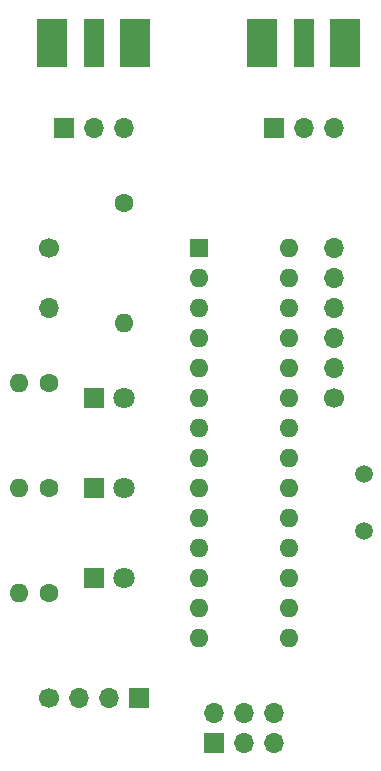
<source format=gbr>
%TF.GenerationSoftware,KiCad,Pcbnew,(6.0.5)*%
%TF.CreationDate,2022-08-03T12:20:48+10:00*%
%TF.ProjectId,special_target,73706563-6961-46c5-9f74-61726765742e,rev?*%
%TF.SameCoordinates,Original*%
%TF.FileFunction,Soldermask,Top*%
%TF.FilePolarity,Negative*%
%FSLAX46Y46*%
G04 Gerber Fmt 4.6, Leading zero omitted, Abs format (unit mm)*
G04 Created by KiCad (PCBNEW (6.0.5)) date 2022-08-03 12:20:48*
%MOMM*%
%LPD*%
G01*
G04 APERTURE LIST*
%ADD10C,1.700000*%
%ADD11O,1.700000X1.700000*%
%ADD12C,1.600000*%
%ADD13O,1.600000X1.600000*%
%ADD14C,1.500000*%
%ADD15R,1.800000X1.800000*%
%ADD16C,1.800000*%
%ADD17R,1.780000X4.190000*%
%ADD18R,2.665000X4.190000*%
%ADD19R,1.700000X1.700000*%
%ADD20R,1.600000X1.600000*%
G04 APERTURE END LIST*
D10*
%TO.C,J7*%
X121920000Y-115570000D03*
D11*
X121920000Y-113030000D03*
X121920000Y-110490000D03*
X121920000Y-107950000D03*
X121920000Y-105410000D03*
X121920000Y-102870000D03*
%TD*%
D10*
%TO.C,SW1*%
X97790000Y-102875001D03*
D11*
X97790000Y-107955001D03*
%TD*%
D12*
%TO.C,R1*%
X104140000Y-99050000D03*
D13*
X104140000Y-109210000D03*
%TD*%
D12*
%TO.C,R4*%
X97790000Y-132070000D03*
D13*
X95250000Y-132070000D03*
%TD*%
D14*
%TO.C,Y1*%
X124460000Y-126900000D03*
X124460000Y-122020000D03*
%TD*%
D15*
%TO.C,D3*%
X101600000Y-130800000D03*
D16*
X104140000Y-130800000D03*
%TD*%
D17*
%TO.C,J4*%
X119380000Y-85545000D03*
D18*
X115887500Y-85545000D03*
X122872500Y-85545000D03*
%TD*%
D10*
%TO.C,J2*%
X97800008Y-140970000D03*
D11*
X100340000Y-140970000D03*
X102880000Y-140970000D03*
D19*
X105420008Y-140970000D03*
%TD*%
D20*
%TO.C,U1*%
X110500000Y-102870000D03*
D13*
X110500000Y-105410000D03*
X110500000Y-107950000D03*
X110500000Y-110490000D03*
X110500000Y-113030000D03*
X110500000Y-115570000D03*
X110500000Y-118110000D03*
X110500000Y-120650000D03*
X110500000Y-123190000D03*
X110500000Y-125730000D03*
X110500000Y-128270000D03*
X110500000Y-130810000D03*
X110500000Y-133350000D03*
X110500000Y-135890000D03*
X118120000Y-135890000D03*
X118120000Y-133350000D03*
X118120000Y-130810000D03*
X118120000Y-128270000D03*
X118120000Y-125730000D03*
X118120000Y-123190000D03*
X118120000Y-120650000D03*
X118120000Y-118110000D03*
X118120000Y-115570000D03*
X118120000Y-113030000D03*
X118120000Y-110490000D03*
X118120000Y-107950000D03*
X118120000Y-105410000D03*
X118120000Y-102870000D03*
%TD*%
D19*
%TO.C,J6*%
X99060000Y-92710000D03*
D11*
X101600000Y-92710000D03*
X104140000Y-92710000D03*
%TD*%
D12*
%TO.C,R2*%
X97790000Y-114290000D03*
D13*
X95250000Y-114290000D03*
%TD*%
D15*
%TO.C,D2*%
X101600000Y-123180000D03*
D16*
X104140000Y-123180000D03*
%TD*%
D17*
%TO.C,J5*%
X101600000Y-85544990D03*
D18*
X98107500Y-85544990D03*
X105092500Y-85544990D03*
%TD*%
D19*
%TO.C,J1*%
X111775000Y-144775000D03*
D11*
X111775000Y-142235000D03*
X114315000Y-144775000D03*
X114315000Y-142235000D03*
X116855000Y-144775000D03*
X116855000Y-142235000D03*
%TD*%
D12*
%TO.C,R3*%
X97790000Y-123180000D03*
D13*
X95250000Y-123180000D03*
%TD*%
D15*
%TO.C,D1*%
X101600000Y-115560000D03*
D16*
X104140000Y-115560000D03*
%TD*%
D19*
%TO.C,J3*%
X116855000Y-92725000D03*
D11*
X119395000Y-92725000D03*
X121935000Y-92725000D03*
%TD*%
M02*

</source>
